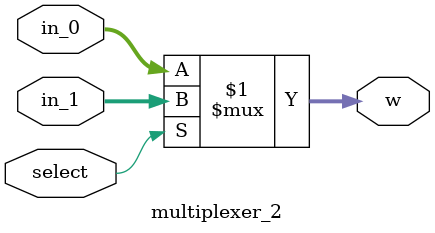
<source format=v>

module multiplexer_2 (select , in_0 , in_1 , w);
	input select ;
	input [15:0] in_0 , in_1 ;
	output [15:0] w ;
	assign w = (select) ? in_1 : in_0 ;
endmodule

</source>
